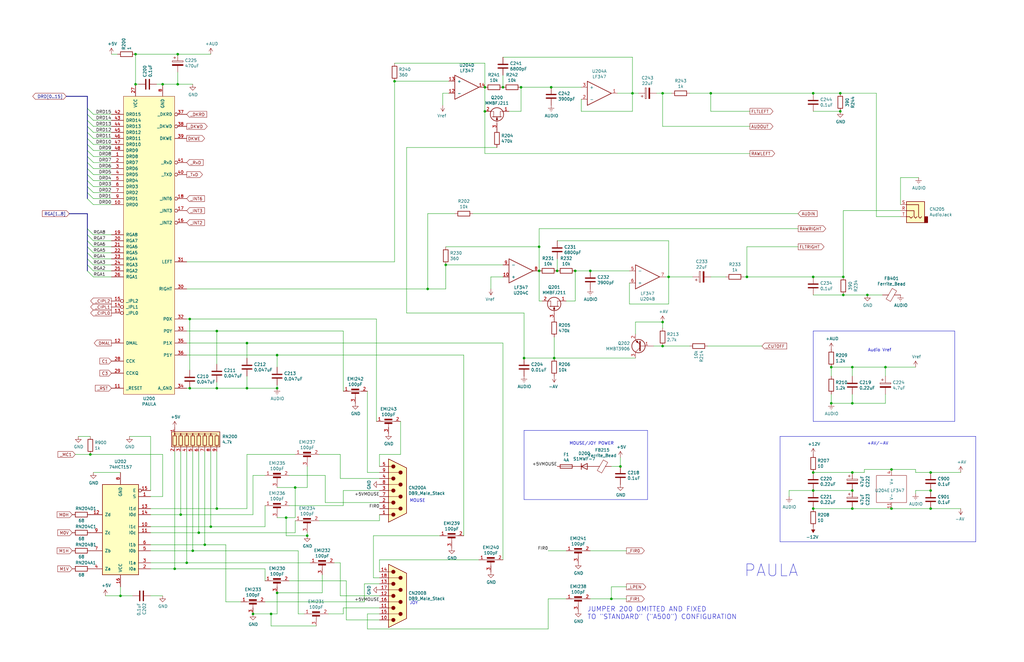
<source format=kicad_sch>
(kicad_sch (version 20230121) (generator eeschema)
  (paper "B")
  (title_block (title "Amiga 2000 EATX") (date "2023-03-10") (rev "3.0"))
  (junction (at 242.57 114.3))
  (junction (at 392.43 214.63))
  (junction (at 76.2 217.17))
  (junction (at 227.33 104.14))
  (junction (at 350.52 170.18))
  (junction (at 78.74 237.49))
  (junction (at 359.41 207.01))
  (junction (at 114.3 259.08))
  (junction (at 359.41 199.39))
  (junction (at 91.44 139.7))
  (junction (at 212.09 36.83))
  (junction (at 104.14 144.78))
  (junction (at 342.9 39.37))
  (junction (at 180.34 121.92))
  (junction (at 342.9 116.84))
  (junction (at 233.68 151.13))
  (junction (at 355.6 124.46))
  (junction (at 257.81 252.73))
  (junction (at 350.52 154.94))
  (junction (at 204.47 36.83))
  (junction (at 314.96 116.84))
  (junction (at 91.44 214.63))
  (junction (at 392.43 199.39))
  (junction (at 38.1 191.77))
  (junction (at 392.43 207.01))
  (junction (at 342.9 199.39))
  (junction (at 359.41 154.94))
  (junction (at 359.41 170.18))
  (junction (at 373.38 154.94))
  (junction (at 88.9 222.25))
  (junction (at 116.84 149.86))
  (junction (at 234.95 114.3))
  (junction (at 219.71 36.83))
  (junction (at 80.01 163.83))
  (junction (at 166.37 34.29))
  (junction (at 57.15 22.86))
  (junction (at 83.82 224.79))
  (junction (at 227.33 114.3))
  (junction (at 129.54 226.06))
  (junction (at 354.33 39.37))
  (junction (at 365.76 124.46))
  (junction (at 74.93 22.86))
  (junction (at 68.58 35.56))
  (junction (at 73.66 240.03))
  (junction (at 354.33 46.99))
  (junction (at 375.92 198.12))
  (junction (at 124.46 205.74))
  (junction (at 342.9 207.01))
  (junction (at 104.14 163.83))
  (junction (at 50.8 251.46))
  (junction (at 261.62 196.85))
  (junction (at 375.92 214.63))
  (junction (at 342.9 214.63))
  (junction (at 232.41 36.83))
  (junction (at 299.72 39.37))
  (junction (at 359.41 214.63))
  (junction (at 86.36 229.87))
  (junction (at 74.93 35.56))
  (junction (at 80.01 134.62))
  (junction (at 81.28 232.41))
  (junction (at 91.44 163.83))
  (junction (at 279.4 146.05))
  (junction (at 116.84 163.83))
  (junction (at 116.84 250.19))
  (junction (at 355.6 116.84))
  (junction (at 204.47 46.99))
  (junction (at 57.15 35.56))
  (junction (at 279.4 135.89))
  (junction (at 220.98 151.13))
  (junction (at 266.7 39.37))
  (junction (at 281.94 116.84))
  (junction (at 187.96 111.76))
  (junction (at 248.92 114.3))
  (junction (at 120.65 218.44))
  (junction (at 279.4 39.37))
  (junction (at 106.68 259.08))
  (bus_entry (at 39.37 81.28) (size -2.54 -2.54))
  (bus_entry (at 39.37 101.6) (size -2.54 -2.54))
  (bus_entry (at 39.37 83.82) (size -2.54 -2.54))
  (bus_entry (at 39.37 106.68) (size -2.54 -2.54))
  (bus_entry (at 39.37 58.42) (size -2.54 -2.54))
  (bus_entry (at 39.37 48.26) (size -2.54 -2.54))
  (bus_entry (at 39.37 76.2) (size -2.54 -2.54))
  (bus_entry (at 39.37 66.04) (size -2.54 -2.54))
  (bus_entry (at 39.37 60.96) (size -2.54 -2.54))
  (bus_entry (at 39.37 116.84) (size -2.54 -2.54))
  (bus_entry (at 39.37 55.88) (size -2.54 -2.54))
  (bus_entry (at 39.37 53.34) (size -2.54 -2.54))
  (bus_entry (at 39.37 111.76) (size -2.54 -2.54))
  (bus_entry (at 39.37 71.12) (size -2.54 -2.54))
  (bus_entry (at 39.37 68.58) (size -2.54 -2.54))
  (bus_entry (at 39.37 109.22) (size -2.54 -2.54))
  (bus_entry (at 39.37 99.06) (size -2.54 -2.54))
  (bus_entry (at 39.37 86.36) (size -2.54 -2.54))
  (bus_entry (at 39.37 73.66) (size -2.54 -2.54))
  (bus_entry (at 39.37 63.5) (size -2.54 -2.54))
  (bus_entry (at 39.37 50.8) (size -2.54 -2.54))
  (bus_entry (at 39.37 104.14) (size -2.54 -2.54))
  (bus_entry (at 39.37 114.3) (size -2.54 -2.54))
  (bus_entry (at 39.37 78.74) (size -2.54 -2.54))
  (wire (pts (xy 46.99 50.8) (xy 39.37 50.8)))
  (wire (pts (xy 171.45 132.08) (xy 220.98 132.08)))
  (wire (pts (xy 350.52 166.37) (xy 350.52 170.18)))
  (wire (pts (xy 124.46 218.44) (xy 124.46 205.74)))
  (wire (pts (xy 46.99 55.88) (xy 39.37 55.88)))
  (wire (pts (xy 63.5 251.46) (xy 68.58 251.46)))
  (wire (pts (xy 257.81 252.73) (xy 264.16 252.73)))
  (wire (pts (xy 154.94 165.1) (xy 154.94 199.39)))
  (wire (pts (xy 373.38 154.94) (xy 386.08 154.94)))
  (wire (pts (xy 245.11 46.99) (xy 266.7 46.99)))
  (wire (pts (xy 46.99 114.3) (xy 39.37 114.3)))
  (wire (pts (xy 386.08 198.12) (xy 386.08 199.39)))
  (wire (pts (xy 279.4 53.34) (xy 316.23 53.34)))
  (wire (pts (xy 83.82 190.5) (xy 83.82 224.79)))
  (wire (pts (xy 135.89 242.57) (xy 135.89 250.19)))
  (wire (pts (xy 267.97 135.89) (xy 279.4 135.89)))
  (wire (pts (xy 375.92 214.63) (xy 359.41 214.63)))
  (wire (pts (xy 46.99 116.84) (xy 39.37 116.84)))
  (wire (pts (xy 46.99 73.66) (xy 39.37 73.66)))
  (wire (pts (xy 114.3 264.16) (xy 114.3 259.08)))
  (wire (pts (xy 298.45 146.05) (xy 321.31 146.05)))
  (wire (pts (xy 76.2 190.5) (xy 76.2 217.17)))
  (wire (pts (xy 46.99 111.76) (xy 39.37 111.76)))
  (wire (pts (xy 248.92 114.3) (xy 265.43 114.3)))
  (wire (pts (xy 106.68 200.66) (xy 111.76 200.66)))
  (wire (pts (xy 81.28 232.41) (xy 125.73 232.41)))
  (wire (pts (xy 290.83 39.37) (xy 299.72 39.37)))
  (wire (pts (xy 207.01 116.84) (xy 207.01 121.92)))
  (wire (pts (xy 74.93 35.56) (xy 74.93 30.48)))
  (wire (pts (xy 187.96 121.92) (xy 187.96 111.76)))
  (wire (pts (xy 238.76 252.73) (xy 231.14 252.73)))
  (wire (pts (xy 166.37 26.67) (xy 204.47 26.67)))
  (wire (pts (xy 95.25 229.87) (xy 95.25 254)))
  (wire (pts (xy 46.99 86.36) (xy 39.37 86.36)))
  (wire (pts (xy 364.49 199.39) (xy 364.49 198.12)))
  (wire (pts (xy 46.99 22.86) (xy 49.53 22.86)))
  (polyline (pts (xy 328.93 184.15) (xy 328.93 228.6)))
  (wire (pts (xy 63.5 184.15) (xy 54.61 184.15)))
  (wire (pts (xy 364.49 198.12) (xy 375.92 198.12)))
  (bus (pts (xy 36.83 68.58) (xy 36.83 71.12)))
  (wire (pts (xy 279.4 146.05) (xy 290.83 146.05)))
  (wire (pts (xy 212.09 31.75) (xy 212.09 36.83)))
  (wire (pts (xy 143.51 201.93) (xy 160.02 201.93)))
  (wire (pts (xy 153.67 254) (xy 153.67 246.38)))
  (wire (pts (xy 369.57 91.44) (xy 369.57 39.37)))
  (wire (pts (xy 63.5 224.79) (xy 83.82 224.79)))
  (wire (pts (xy 46.99 48.26) (xy 39.37 48.26)))
  (wire (pts (xy 314.96 104.14) (xy 336.55 104.14)))
  (wire (pts (xy 46.99 78.74) (xy 39.37 78.74)))
  (wire (pts (xy 279.4 39.37) (xy 279.4 53.34)))
  (wire (pts (xy 46.99 106.68) (xy 39.37 106.68)))
  (wire (pts (xy 121.92 213.36) (xy 144.78 213.36)))
  (wire (pts (xy 138.43 259.08) (xy 144.78 259.08)))
  (bus (pts (xy 36.83 50.8) (xy 36.83 53.34)))
  (wire (pts (xy 160.02 219.71) (xy 160.02 217.17)))
  (wire (pts (xy 46.99 101.6) (xy 39.37 101.6)))
  (wire (pts (xy 91.44 139.7) (xy 144.78 139.7)))
  (wire (pts (xy 74.93 22.86) (xy 88.9 22.86)))
  (wire (pts (xy 365.76 124.46) (xy 355.6 124.46)))
  (polyline (pts (xy 220.98 210.82) (xy 273.05 210.82)))
  (bus (pts (xy 36.83 40.64) (xy 27.94 40.64)))
  (wire (pts (xy 143.51 251.46) (xy 160.02 251.46)))
  (wire (pts (xy 63.5 229.87) (xy 86.36 229.87)))
  (wire (pts (xy 157.48 226.06) (xy 157.48 243.84)))
  (wire (pts (xy 46.99 83.82) (xy 39.37 83.82)))
  (wire (pts (xy 124.46 224.79) (xy 124.46 219.71)))
  (bus (pts (xy 36.83 73.66) (xy 36.83 76.2)))
  (bus (pts (xy 36.83 111.76) (xy 36.83 114.3)))
  (wire (pts (xy 204.47 26.67) (xy 204.47 36.83)))
  (wire (pts (xy 116.84 163.83) (xy 116.84 162.56)))
  (wire (pts (xy 116.84 250.19) (xy 116.84 259.08)))
  (wire (pts (xy 134.62 191.77) (xy 143.51 191.77)))
  (wire (pts (xy 50.8 199.39) (xy 39.37 199.39)))
  (wire (pts (xy 359.41 166.37) (xy 359.41 170.18)))
  (wire (pts (xy 280.67 116.84) (xy 281.94 116.84)))
  (bus (pts (xy 36.83 90.17) (xy 36.83 96.52)))
  (wire (pts (xy 350.52 154.94) (xy 359.41 154.94)))
  (polyline (pts (xy 411.48 228.6) (xy 411.48 184.15)))
  (wire (pts (xy 220.98 151.13) (xy 233.68 151.13)))
  (wire (pts (xy 227.33 127) (xy 228.6 127)))
  (wire (pts (xy 185.42 226.06) (xy 157.48 226.06)))
  (wire (pts (xy 227.33 96.52) (xy 336.55 96.52)))
  (wire (pts (xy 227.33 114.3) (xy 227.33 127)))
  (wire (pts (xy 204.47 36.83) (xy 204.47 46.99)))
  (wire (pts (xy 267.97 140.97) (xy 267.97 135.89)))
  (wire (pts (xy 359.41 170.18) (xy 373.38 170.18)))
  (wire (pts (xy 342.9 46.99) (xy 354.33 46.99)))
  (wire (pts (xy 134.62 219.71) (xy 160.02 219.71)))
  (bus (pts (xy 36.83 55.88) (xy 36.83 58.42)))
  (wire (pts (xy 201.93 236.22) (xy 160.02 236.22)))
  (wire (pts (xy 57.15 22.86) (xy 74.93 22.86)))
  (wire (pts (xy 379.73 86.36) (xy 379.73 74.93)))
  (wire (pts (xy 104.14 191.77) (xy 124.46 191.77)))
  (wire (pts (xy 111.76 254) (xy 153.67 254)))
  (wire (pts (xy 46.99 68.58) (xy 39.37 68.58)))
  (wire (pts (xy 104.14 151.13) (xy 104.14 144.78)))
  (wire (pts (xy 63.5 232.41) (xy 81.28 232.41)))
  (wire (pts (xy 46.99 63.5) (xy 39.37 63.5)))
  (wire (pts (xy 281.94 128.27) (xy 281.94 116.84)))
  (wire (pts (xy 180.34 121.92) (xy 180.34 90.17)))
  (wire (pts (xy 50.8 251.46) (xy 44.45 251.46)))
  (wire (pts (xy 314.96 116.84) (xy 314.96 104.14)))
  (wire (pts (xy 266.7 39.37) (xy 269.24 39.37)))
  (wire (pts (xy 232.41 36.83) (xy 245.11 36.83)))
  (wire (pts (xy 189.23 39.37) (xy 186.69 39.37)))
  (wire (pts (xy 257.81 196.85) (xy 261.62 196.85)))
  (bus (pts (xy 36.83 99.06) (xy 36.83 101.6)))
  (wire (pts (xy 359.41 158.75) (xy 359.41 154.94)))
  (wire (pts (xy 78.74 237.49) (xy 130.81 237.49)))
  (wire (pts (xy 104.14 214.63) (xy 104.14 191.77)))
  (wire (pts (xy 78.74 144.78) (xy 104.14 144.78)))
  (wire (pts (xy 57.15 35.56) (xy 57.15 22.86)))
  (wire (pts (xy 137.16 200.66) (xy 137.16 212.09)))
  (wire (pts (xy 129.54 205.74) (xy 124.46 205.74)))
  (wire (pts (xy 95.25 254) (xy 101.6 254)))
  (wire (pts (xy 386.08 207.01) (xy 386.08 208.28)))
  (wire (pts (xy 342.9 207.01) (xy 359.41 207.01)))
  (wire (pts (xy 257.81 252.73) (xy 257.81 247.65)))
  (bus (pts (xy 36.83 40.64) (xy 36.83 45.72)))
  (wire (pts (xy 46.99 76.2) (xy 39.37 76.2)))
  (wire (pts (xy 355.6 88.9) (xy 379.73 88.9)))
  (bus (pts (xy 36.83 81.28) (xy 36.83 83.82)))
  (wire (pts (xy 238.76 232.41) (xy 231.14 232.41)))
  (wire (pts (xy 106.68 217.17) (xy 106.68 200.66)))
  (wire (pts (xy 248.92 232.41) (xy 264.16 232.41)))
  (wire (pts (xy 154.94 265.43) (xy 154.94 259.08)))
  (wire (pts (xy 186.69 39.37) (xy 186.69 44.45)))
  (bus (pts (xy 36.83 66.04) (xy 36.83 68.58)))
  (wire (pts (xy 114.3 259.08) (xy 106.68 259.08)))
  (polyline (pts (xy 342.9 177.8) (xy 402.59 177.8)))
  (wire (pts (xy 354.33 39.37) (xy 342.9 39.37)))
  (wire (pts (xy 135.89 250.19) (xy 116.84 250.19)))
  (bus (pts (xy 36.83 45.72) (xy 36.83 48.26)))
  (wire (pts (xy 379.73 91.44) (xy 369.57 91.44)))
  (wire (pts (xy 276.86 39.37) (xy 279.4 39.37)))
  (wire (pts (xy 299.72 39.37) (xy 299.72 46.99)))
  (wire (pts (xy 154.94 259.08) (xy 160.02 259.08)))
  (wire (pts (xy 104.14 158.75) (xy 104.14 163.83)))
  (polyline (pts (xy 342.9 139.7) (xy 342.9 177.8)))
  (wire (pts (xy 144.78 207.01) (xy 160.02 207.01)))
  (wire (pts (xy 220.98 132.08) (xy 220.98 151.13)))
  (wire (pts (xy 359.41 199.39) (xy 342.9 199.39)))
  (wire (pts (xy 373.38 158.75) (xy 373.38 154.94)))
  (wire (pts (xy 166.37 34.29) (xy 166.37 110.49)))
  (wire (pts (xy 204.47 64.77) (xy 316.23 64.77)))
  (wire (pts (xy 46.99 58.42) (xy 39.37 58.42)))
  (wire (pts (xy 91.44 214.63) (xy 104.14 214.63)))
  (wire (pts (xy 46.99 104.14) (xy 39.37 104.14)))
  (wire (pts (xy 279.4 135.89) (xy 279.4 138.43)))
  (polyline (pts (xy 402.59 177.8) (xy 402.59 139.7)))
  (wire (pts (xy 104.14 144.78) (xy 212.09 144.78)))
  (wire (pts (xy 63.5 240.03) (xy 73.66 240.03)))
  (wire (pts (xy 160.02 191.77) (xy 160.02 196.85)))
  (wire (pts (xy 266.7 46.99) (xy 266.7 39.37)))
  (wire (pts (xy 187.96 104.14) (xy 227.33 104.14)))
  (wire (pts (xy 120.65 226.06) (xy 129.54 226.06)))
  (wire (pts (xy 168.91 191.77) (xy 160.02 191.77)))
  (wire (pts (xy 369.57 39.37) (xy 354.33 39.37)))
  (wire (pts (xy 265.43 128.27) (xy 281.94 128.27)))
  (wire (pts (xy 133.35 264.16) (xy 114.3 264.16)))
  (wire (pts (xy 73.66 190.5) (xy 73.66 240.03)))
  (polyline (pts (xy 411.48 184.15) (xy 328.93 184.15)))
  (wire (pts (xy 55.88 251.46) (xy 50.8 251.46)))
  (wire (pts (xy 81.28 190.5) (xy 81.28 232.41)))
  (wire (pts (xy 392.43 214.63) (xy 405.13 214.63)))
  (wire (pts (xy 214.63 46.99) (xy 219.71 46.99)))
  (wire (pts (xy 386.08 199.39) (xy 392.43 199.39)))
  (bus (pts (xy 36.83 101.6) (xy 36.83 104.14)))
  (wire (pts (xy 281.94 101.6) (xy 281.94 116.84)))
  (wire (pts (xy 375.92 198.12) (xy 386.08 198.12)))
  (bus (pts (xy 36.83 60.96) (xy 36.83 63.5)))
  (wire (pts (xy 154.94 199.39) (xy 160.02 199.39)))
  (wire (pts (xy 359.41 214.63) (xy 342.9 214.63)))
  (wire (pts (xy 78.74 149.86) (xy 116.84 149.86)))
  (wire (pts (xy 76.2 217.17) (xy 106.68 217.17)))
  (wire (pts (xy 153.67 246.38) (xy 160.02 246.38)))
  (wire (pts (xy 104.14 163.83) (xy 116.84 163.83)))
  (wire (pts (xy 144.78 259.08) (xy 144.78 256.54)))
  (wire (pts (xy 248.92 114.3) (xy 242.57 114.3)))
  (wire (pts (xy 168.91 177.8) (xy 168.91 191.77)))
  (wire (pts (xy 91.44 153.67) (xy 91.44 139.7)))
  (wire (pts (xy 299.72 39.37) (xy 342.9 39.37)))
  (wire (pts (xy 171.45 62.23) (xy 171.45 132.08)))
  (wire (pts (xy 146.05 261.62) (xy 160.02 261.62)))
  (wire (pts (xy 359.41 154.94) (xy 373.38 154.94)))
  (bus (pts (xy 36.83 109.22) (xy 36.83 111.76)))
  (wire (pts (xy 63.5 217.17) (xy 76.2 217.17)))
  (wire (pts (xy 233.68 151.13) (xy 267.97 151.13)))
  (bus (pts (xy 36.83 106.68) (xy 36.83 109.22)))
  (wire (pts (xy 33.02 184.15) (xy 38.1 184.15)))
  (wire (pts (xy 257.81 247.65) (xy 264.16 247.65)))
  (wire (pts (xy 137.16 212.09) (xy 160.02 212.09)))
  (wire (pts (xy 260.35 39.37) (xy 266.7 39.37)))
  (wire (pts (xy 73.66 240.03) (xy 111.76 240.03)))
  (wire (pts (xy 80.01 163.83) (xy 91.44 163.83)))
  (wire (pts (xy 124.46 205.74) (xy 116.84 205.74)))
  (wire (pts (xy 120.65 218.44) (xy 120.65 226.06)))
  (wire (pts (xy 129.54 226.06) (xy 129.54 224.79)))
  (bus (pts (xy 36.83 71.12) (xy 36.83 73.66)))
  (wire (pts (xy 199.39 90.17) (xy 336.55 90.17)))
  (wire (pts (xy 78.74 190.5) (xy 78.74 237.49)))
  (wire (pts (xy 187.96 111.76) (xy 212.09 111.76)))
  (wire (pts (xy 245.11 41.91) (xy 245.11 46.99)))
  (wire (pts (xy 234.95 101.6) (xy 281.94 101.6)))
  (polyline (pts (xy 273.05 181.61) (xy 220.98 181.61)))
  (wire (pts (xy 204.47 46.99) (xy 204.47 64.77)))
  (wire (pts (xy 313.69 116.84) (xy 314.96 116.84)))
  (wire (pts (xy 91.44 190.5) (xy 91.44 214.63)))
  (wire (pts (xy 350.52 154.94) (xy 350.52 158.75)))
  (wire (pts (xy 63.5 207.01) (xy 63.5 184.15)))
  (wire (pts (xy 238.76 127) (xy 242.57 127)))
  (wire (pts (xy 314.96 116.84) (xy 342.9 116.84)))
  (wire (pts (xy 219.71 46.99) (xy 219.71 36.83)))
  (wire (pts (xy 299.72 46.99) (xy 316.23 46.99)))
  (wire (pts (xy 180.34 121.92) (xy 187.96 121.92)))
  (wire (pts (xy 261.62 196.85) (xy 261.62 193.04)))
  (wire (pts (xy 63.5 214.63) (xy 91.44 214.63)))
  (wire (pts (xy 50.8 251.46) (xy 50.8 247.65)))
  (wire (pts (xy 125.73 232.41) (xy 125.73 259.08)))
  (wire (pts (xy 88.9 222.25) (xy 111.76 222.25)))
  (wire (pts (xy 180.34 90.17) (xy 191.77 90.17)))
  (wire (pts (xy 281.94 116.84) (xy 292.1 116.84)))
  (wire (pts (xy 111.76 222.25) (xy 111.76 213.36)))
  (wire (pts (xy 233.68 142.24) (xy 233.68 151.13)))
  (wire (pts (xy 209.55 62.23) (xy 171.45 62.23)))
  (wire (pts (xy 80.01 134.62) (xy 158.75 134.62)))
  (wire (pts (xy 373.38 170.18) (xy 373.38 166.37)))
  (wire (pts (xy 160.02 236.22) (xy 160.02 241.3)))
  (wire (pts (xy 266.7 24.13) (xy 212.09 24.13)))
  (wire (pts (xy 157.48 243.84) (xy 160.02 243.84)))
  (wire (pts (xy 234.95 109.22) (xy 234.95 114.3)))
  (wire (pts (xy 116.84 154.94) (xy 116.84 149.86)))
  (wire (pts (xy 146.05 245.11) (xy 146.05 261.62)))
  (wire (pts (xy 219.71 36.83) (xy 232.41 36.83)))
  (wire (pts (xy 78.74 121.92) (xy 180.34 121.92)))
  (wire (pts (xy 68.58 191.77) (xy 38.1 191.77)))
  (wire (pts (xy 392.43 207.01) (xy 386.08 207.01)))
  (wire (pts (xy 379.73 74.93) (xy 387.35 74.93)))
  (wire (pts (xy 66.04 35.56) (xy 68.58 35.56)))
  (wire (pts (xy 143.51 191.77) (xy 143.51 201.93)))
  (wire (pts (xy 46.99 99.06) (xy 39.37 99.06)))
  (wire (pts (xy 46.99 60.96) (xy 39.37 60.96)))
  (wire (pts (xy 63.5 222.25) (xy 88.9 222.25)))
  (wire (pts (xy 63.5 209.55) (xy 68.58 209.55)))
  (wire (pts (xy 279.4 39.37) (xy 283.21 39.37)))
  (wire (pts (xy 78.74 134.62) (xy 80.01 134.62)))
  (wire (pts (xy 86.36 190.5) (xy 86.36 229.87)))
  (wire (pts (xy 144.78 213.36) (xy 144.78 207.01)))
  (wire (pts (xy 227.33 104.14) (xy 227.33 96.52)))
  (bus (pts (xy 36.83 48.26) (xy 36.83 50.8)))
  (wire (pts (xy 116.84 149.86) (xy 195.58 149.86)))
  (wire (pts (xy 242.57 127) (xy 242.57 114.3)))
  (wire (pts (xy 144.78 256.54) (xy 160.02 256.54)))
  (wire (pts (xy 257.81 252.73) (xy 248.92 252.73)))
  (wire (pts (xy 46.99 81.28) (xy 39.37 81.28)))
  (wire (pts (xy 158.75 177.8) (xy 158.75 134.62)))
  (wire (pts (xy 121.92 245.11) (xy 146.05 245.11)))
  (wire (pts (xy 359.41 199.39) (xy 364.49 199.39)))
  (wire (pts (xy 275.59 146.05) (xy 279.4 146.05)))
  (wire (pts (xy 120.65 218.44) (xy 124.46 218.44)))
  (wire (pts (xy 143.51 237.49) (xy 143.51 251.46)))
  (wire (pts (xy 166.37 110.49) (xy 78.74 110.49)))
  (wire (pts (xy 68.58 209.55) (xy 68.58 191.77)))
  (polyline (pts (xy 402.59 139.7) (xy 342.9 139.7)))
  (wire (pts (xy 91.44 161.29) (xy 91.44 163.83)))
  (wire (pts (xy 144.78 165.1) (xy 144.78 139.7)))
  (wire (pts (xy 78.74 163.83) (xy 80.01 163.83)))
  (wire (pts (xy 299.72 116.84) (xy 306.07 116.84)))
  (wire (pts (xy 355.6 124.46) (xy 342.9 124.46)))
  (wire (pts (xy 342.9 116.84) (xy 355.6 116.84)))
  (wire (pts (xy 38.1 191.77) (xy 31.75 191.77)))
  (bus (pts (xy 36.83 53.34) (xy 36.83 55.88)))
  (wire (pts (xy 91.44 163.83) (xy 104.14 163.83)))
  (wire (pts (xy 88.9 190.5) (xy 88.9 222.25)))
  (bus (pts (xy 36.83 76.2) (xy 36.83 78.74)))
  (wire (pts (xy 392.43 199.39) (xy 405.13 199.39)))
  (wire (pts (xy 74.93 35.56) (xy 81.28 35.56)))
  (wire (pts (xy 154.94 265.43) (xy 231.14 265.43)))
  (wire (pts (xy 80.01 156.21) (xy 80.01 134.62)))
  (wire (pts (xy 58.42 35.56) (xy 57.15 35.56)))
  (wire (pts (xy 392.43 214.63) (xy 375.92 214.63)))
  (wire (pts (xy 63.5 237.49) (xy 78.74 237.49)))
  (wire (pts (xy 212.09 236.22) (xy 212.09 144.78)))
  (wire (pts (xy 266.7 39.37) (xy 266.7 24.13)))
  (bus (pts (xy 36.83 58.42) (xy 36.83 60.96)))
  (polyline (pts (xy 273.05 210.82) (xy 273.05 181.61)))
  (wire (pts (xy 116.84 259.08) (xy 114.3 259.08)))
  (wire (pts (xy 83.82 224.79) (xy 124.46 224.79)))
  (polyline (pts (xy 328.93 228.6) (xy 411.48 228.6)))
  (bus (pts (xy 36.83 78.74) (xy 36.83 81.28)))
  (wire (pts (xy 166.37 34.29) (xy 189.23 34.29)))
  (wire (pts (xy 129.54 196.85) (xy 129.54 205.74)))
  (wire (pts (xy 195.58 226.06) (xy 195.58 149.86)))
  (wire (pts (xy 372.11 124.46) (xy 365.76 124.46)))
  (bus (pts (xy 36.83 63.5) (xy 36.83 66.04)))
  (wire (pts (xy 78.74 139.7) (xy 91.44 139.7)))
  (wire (pts (xy 116.84 218.44) (xy 120.65 218.44)))
  (wire (pts (xy 111.76 240.03) (xy 111.76 245.11)))
  (wire (pts (xy 86.36 229.87) (xy 95.25 229.87)))
  (bus (pts (xy 36.83 96.52) (xy 36.83 99.06)))
  (wire (pts (xy 350.52 170.18) (xy 359.41 170.18)))
  (wire (pts (xy 121.92 200.66) (xy 137.16 200.66)))
  (wire (pts (xy 342.9 207.01) (xy 332.74 207.01)))
  (bus (pts (xy 36.83 90.17) (xy 29.21 90.17)))
  (wire (pts (xy 140.97 237.49) (xy 143.51 237.49)))
  (wire (pts (xy 68.58 35.56) (xy 74.93 35.56)))
  (wire (pts (xy 46.99 66.04) (xy 39.37 66.04)))
  (wire (pts (xy 355.6 116.84) (xy 355.6 88.9)))
  (wire (pts (xy 125.73 259.08) (xy 128.27 259.08)))
  (wire (pts (xy 231.14 252.73) (xy 231.14 265.43)))
  (bus (pts (xy 36.83 104.14) (xy 36.83 106.68)))
  (wire (pts (xy 46.99 53.34) (xy 39.37 53.34)))
  (wire (pts (xy 212.09 116.84) (xy 207.01 116.84)))
  (wire (pts (xy 46.99 71.12) (xy 39.37 71.12)))
  (wire (pts (xy 332.74 207.01) (xy 332.74 209.55)))
  (polyline (pts (xy 220.98 181.61) (xy 220.98 210.82)))
  (wire (pts (xy 46.99 109.22) (xy 39.37 109.22)))
  (wire (pts (xy 227.33 104.14) (xy 227.33 114.3)))
  (wire (pts (xy 265.43 119.38) (xy 265.43 128.27)))
  (text "Audio Vref" (at 375.92 148.59 0) (effects (font (size 1.27 1.27)) (justify right bottom)))
  (text "JOY" (at 172.72 255.27 0) (effects (font (size 1.27 1.27)) (justify left bottom)))
  (text "+AV/-AV" (at 374.65 187.96 0) (effects (font (size 1.27 1.27)) (justify right bottom)))
  (text "MOUSE" (at 172.72 212.09 0) (effects (font (size 1.27 1.27)) (justify left bottom)))
  (text "JUMPER 200 OMITTED AND FIXED \nTO \"STANDARD\" (\"A500\") CONFIGURATION" (at 247.65 261.62 0) (effects (font (size 2.0066 2.0066)) (justify left bottom)))
  (text "MOUSE/JOY POWER" (at 240.03 187.96 0) (effects (font (size 1.27 1.27)) (justify left bottom)))
  (text "PAULA" (at 313.69 243.84 0) (effects (font (size 5.0038 5.0038)) (justify left bottom)))
  (label "RGA7" (at 39.37 101.6 0) (effects (font (size 1.2954 1.2954))))
  (label "DRD1" (at 46.99 83.82 180) (effects (font (size 1.2954 1.2954))))
  (label "RGA5" (at 39.37 106.68 0) (effects (font (size 1.2954 1.2954))))
  (label "FIR0" (at 160.02 214.63 180))
  (label "DRD2" (at 46.99 81.28 180) (effects (font (size 1.2954 1.2954))))
  (label "DRD11" (at 46.99 58.42 180) (effects (font (size 1.2954 1.2954))))
  (label "DRD6" (at 46.99 71.12 180) (effects (font (size 1.2954 1.2954))))
  (label "DRD0" (at 46.99 86.36 180) (effects (font (size 1.2954 1.2954))))
  (label "DRD7" (at 46.99 68.58 180) (effects (font (size 1.2954 1.2954))))
  (label "DRD5" (at 46.99 73.66 180) (effects (font (size 1.2954 1.2954))))
  (label "DRD9" (at 46.99 63.5 180) (effects (font (size 1.2954 1.2954))))
  (label "DRD12" (at 46.99 55.88 180) (effects (font (size 1.2954 1.2954))))
  (label "FIR0" (at 231.14 232.41 180))
  (label "+5VMOUSE" (at 160.02 209.55 180))
  (label "+5VMOUSE" (at 234.95 196.85 180))
  (label "DRD13" (at 46.99 53.34 180) (effects (font (size 1.2954 1.2954))))
  (label "+5VMOUSE" (at 160.02 254 180))
  (label "DRD4" (at 46.99 76.2 180) (effects (font (size 1.2954 1.2954))))
  (label "RGA6" (at 39.37 104.14 0) (effects (font (size 1.2954 1.2954))))
  (label "DRD14" (at 46.99 50.8 180) (effects (font (size 1.2954 1.2954))))
  (label "RGA3" (at 39.37 111.76 0) (effects (font (size 1.2954 1.2954))))
  (label "RGA2" (at 39.37 114.3 0) (effects (font (size 1.2954 1.2954))))
  (label "DRD10" (at 46.99 60.96 180) (effects (font (size 1.2954 1.2954))))
  (label "RGA8" (at 39.37 99.06 0) (effects (font (size 1.2954 1.2954))))
  (label "RGA1" (at 39.37 116.84 0) (effects (font (size 1.2954 1.2954))))
  (label "DRD3" (at 46.99 78.74 180) (effects (font (size 1.2954 1.2954))))
  (label "RGA4" (at 39.37 109.22 0) (effects (font (size 1.2954 1.2954))))
  (label "DRD15" (at 46.99 48.26 180) (effects (font (size 1.2954 1.2954))))
  (label "DRD8" (at 46.99 66.04 180) (effects (font (size 1.2954 1.2954))))
  (global_label "M0V" (shape input) (at 30.48 224.79 180) (property "Intersheetrefs" "${INTERSHEET_REFS}" (effects hide)))
  (global_label "RGA[1..8]" (shape input) (at 29.21 90.17 180) (property "Intersheetrefs" "${INTERSHEET_REFS}" (effects hide)))
  (global_label "FLTRIGHT" (shape output) (at 336.55 104.14 0) (property "Intersheetrefs" "${INTERSHEET_REFS}" (effects hide)))
  (global_label "C3" (shape input) (at 46.99 157.48 180) (property "Intersheetrefs" "${INTERSHEET_REFS}" (effects hide)))
  (global_label "RAWRIGHT" (shape output) (at 336.55 96.52 0) (property "Intersheetrefs" "${INTERSHEET_REFS}" (effects hide)))
  (global_label "_INT3" (shape input) (at 78.74 88.9 0) (property "Intersheetrefs" "${INTERSHEET_REFS}" (effects hide)))
  (global_label "_FIR0" (shape output) (at 264.16 232.41 0) (property "Intersheetrefs" "${INTERSHEET_REFS}" (effects hide)))
  (global_label "FLTLEFT" (shape output) (at 316.23 46.99 0) (property "Intersheetrefs" "${INTERSHEET_REFS}" (effects hide)))
  (global_label "_CUTOFF" (shape input) (at 321.31 146.05 0) (property "Intersheetrefs" "${INTERSHEET_REFS}" (effects hide)))
  (global_label "AUDIN" (shape input) (at 336.55 90.17 0) (property "Intersheetrefs" "${INTERSHEET_REFS}" (effects hide)))
  (global_label "M1V" (shape input) (at 30.48 240.03 180) (property "Intersheetrefs" "${INTERSHEET_REFS}" (effects hide)))
  (global_label "_TxD" (shape output) (at 78.74 73.66 0) (property "Intersheetrefs" "${INTERSHEET_REFS}" (effects hide)))
  (global_label "_FIR1" (shape output) (at 264.16 252.73 0) (property "Intersheetrefs" "${INTERSHEET_REFS}" (effects hide)))
  (global_label "_DKRD" (shape input) (at 78.74 48.26 0) (property "Intersheetrefs" "${INTERSHEET_REFS}" (effects hide)))
  (global_label "M0H" (shape input) (at 30.48 217.17 180) (property "Intersheetrefs" "${INTERSHEET_REFS}" (effects hide)))
  (global_label "_CIPL2" (shape output) (at 46.99 127 180) (property "Intersheetrefs" "${INTERSHEET_REFS}" (effects hide)))
  (global_label "_INT6" (shape input) (at 78.74 83.82 0) (property "Intersheetrefs" "${INTERSHEET_REFS}" (effects hide)))
  (global_label "_MC1" (shape input) (at 31.75 191.77 180) (property "Intersheetrefs" "${INTERSHEET_REFS}" (effects hide)))
  (global_label "_RxD" (shape input) (at 78.74 68.58 0) (property "Intersheetrefs" "${INTERSHEET_REFS}" (effects hide)))
  (global_label "AUDOUT" (shape output) (at 316.23 53.34 0) (property "Intersheetrefs" "${INTERSHEET_REFS}" (effects hide)))
  (global_label "_CIPL1" (shape output) (at 46.99 129.54 180) (property "Intersheetrefs" "${INTERSHEET_REFS}" (effects hide)))
  (global_label "M1H" (shape input) (at 30.48 232.41 180) (property "Intersheetrefs" "${INTERSHEET_REFS}" (effects hide)))
  (global_label "DMAL" (shape output) (at 46.99 144.78 180) (property "Intersheetrefs" "${INTERSHEET_REFS}" (effects hide)))
  (global_label "_RST" (shape input) (at 46.99 163.83 180) (property "Intersheetrefs" "${INTERSHEET_REFS}" (effects hide)))
  (global_label "_LPEN" (shape output) (at 264.16 247.65 0) (property "Intersheetrefs" "${INTERSHEET_REFS}" (effects hide)))
  (global_label "_INT2" (shape input) (at 78.74 93.98 0) (property "Intersheetrefs" "${INTERSHEET_REFS}" (effects hide)))
  (global_label "C1" (shape input) (at 46.99 152.4 180) (property "Intersheetrefs" "${INTERSHEET_REFS}" (effects hide)))
  (global_label "_CIPL0" (shape output) (at 46.99 132.08 180) (property "Intersheetrefs" "${INTERSHEET_REFS}" (effects hide)))
  (global_label "RAWLEFT" (shape output) (at 316.23 64.77 0) (property "Intersheetrefs" "${INTERSHEET_REFS}" (effects hide)))
  (global_label "_DKWD" (shape output) (at 78.74 53.34 0) (property "Intersheetrefs" "${INTERSHEET_REFS}" (effects hide)))
  (global_label "DKWE" (shape output) (at 78.74 58.42 0) (property "Intersheetrefs" "${INTERSHEET_REFS}" (effects hide)))
  (global_label "DRD[0..15]" (shape bidirectional) (at 27.94 40.64 180) (effects (font (size 1.2954 1.2954))) (property "Intersheetrefs" "${INTERSHEET_REFS}" (effects hide)))
  (symbol (lib_id "Device:C") (at 80.01 160.02 0) (unit 1)
    (property "Reference" "C210" (at 82.931 158.8516 0) (effects (justify left)))
    (property "Value" "0.047uF" (at 82.931 161.163 0) (effects (justify left)))
    (property "Footprint" "Capacitor_SMD:C_1206_3216Metric" (effects hide))
  )
  (symbol (lib_id "Device:C") (at 91.44 157.48 0) (unit 1)
    (property "Reference" "C211" (at 94.361 156.3116 0) (effects (justify left)))
    (property "Value" "0.047uF" (at 94.361 158.623 0) (effects (justify left)))
    (property "Footprint" "Capacitor_SMD:C_1206_3216Metric" (effects hide))
  )
  (symbol (lib_id "Device:C") (at 104.14 154.94 0) (unit 1)
    (property "Reference" "C212" (at 107.061 153.7716 0) (effects (justify left)))
    (property "Value" "0.047uF" (at 107.061 156.083 0) (effects (justify left)))
    (property "Footprint" "Capacitor_SMD:C_1206_3216Metric" (effects hide))
  )
  (symbol (lib_id "Device:C") (at 116.84 158.75 0) (unit 1)
    (property "Reference" "C213" (at 119.761 157.5816 0) (effects (justify left)))
    (property "Value" "0.047uF" (at 119.761 159.893 0) (effects (justify left)))
    (property "Footprint" "Capacitor_SMD:C_1206_3216Metric" (effects hide))
  )
  (symbol (lib_id "Amiga-Library:Paula") (at 63.5 99.06 0) (unit 1)
    (property "Reference" "U200" (at 62.865 168.2242 0))
    (property "Value" "PAULA" (at 62.865 170.5356 0))
    (property "Footprint" "Package_DIP:DIP-48_W15.24mm" (effects hide))
  )
  (symbol (lib_id "power:GND") (at 160.02 248.92 270) (unit 1)
    (property "Reference" "#PWR0265" (effects hide))
    (property "Value" "GND" (at 155.6258 249.047 0))
  )
  (symbol (lib_id "power:GND") (at 160.02 204.47 270) (unit 1)
    (property "Reference" "#PWR0266" (effects hide))
    (property "Value" "GND" (at 155.6258 204.597 0))
  )
  (symbol (lib_id "74xx:74LS157") (at 50.8 224.79 180) (unit 1)
    (property "Reference" "U202" (at 50.8 194.7926 0))
    (property "Value" "74HCT157" (at 50.8 197.104 0))
    (property "Footprint" "Package_SO:SOIC-16_3.9x9.9mm_P1.27mm" (effects hide))
    (property "Datasheet" "http://www.ti.com/lit/gpn/sn74LS157" (effects hide))
  )
  (symbol (lib_id "power:GND") (at 106.68 259.08 0) (unit 1)
    (property "Reference" "#PWR0259" (effects hide))
    (property "Value" "GND" (at 106.807 263.4742 0))
  )
  (symbol (lib_id "power:GND") (at 129.54 226.06 0) (unit 1)
    (property "Reference" "#PWR0260" (effects hide))
    (property "Value" "GND" (at 129.667 230.4542 0))
  )
  (symbol (lib_id "Amiga-Library:DB9_Male_Stack") (at 167.64 207.01 0) (unit 1)
    (property "Reference" "CN200" (at 172.212 205.8416 0) (effects (justify left)))
    (property "Value" "DB9_Male_Stack" (at 172.212 208.153 0) (effects (justify left)))
    (property "Footprint" "AmigaFootprints:DSUB-9_Male_Stack" (effects hide))
    (property "Datasheet" " ~" (effects hide))
  )
  (symbol (lib_id "power:+5V") (at 73.66 180.34 0) (unit 1)
    (property "Reference" "#PWR0258" (effects hide))
    (property "Value" "+5V" (at 74.041 175.9458 0))
  )
  (symbol (lib_id "Amiga-Library:DB9_Male_Stack") (at 167.64 251.46 0) (unit 2)
    (property "Reference" "CN200" (at 172.212 250.2916 0) (effects (justify left)))
    (property "Value" "DB9_Male_Stack" (at 172.212 252.603 0) (effects (justify left)))
    (property "Footprint" "AmigaFootprints:DSUB-9_Male_Stack" (effects hide))
    (property "Datasheet" " ~" (effects hide))
  )
  (symbol (lib_id "Amiga-Library:C_Feedthrough") (at 116.84 203.2 0) (unit 1)
    (property "Reference" "EMI235" (at 116.84 195.453 0))
    (property "Value" "100pF" (at 116.84 197.7644 0))
    (property "Footprint" "AmigaFootprints:C_1206_3216_Feedthrough" (effects hide))
  )
  (symbol (lib_id "Amiga-Library:C_Feedthrough") (at 129.54 194.31 0) (unit 1)
    (property "Reference" "EMI237" (at 129.54 186.563 0))
    (property "Value" "100pF" (at 129.54 188.8744 0))
    (property "Footprint" "AmigaFootprints:C_1206_3216_Feedthrough" (effects hide))
  )
  (symbol (lib_id "Amiga-Library:C_Feedthrough") (at 116.84 215.9 0) (unit 1)
    (property "Reference" "EMI236" (at 116.84 208.153 0))
    (property "Value" "100pF" (at 116.84 210.4644 0))
    (property "Footprint" "AmigaFootprints:C_1206_3216_Feedthrough" (effects hide))
  )
  (symbol (lib_id "Amiga-Library:C_Feedthrough") (at 129.54 222.25 0) (unit 1)
    (property "Reference" "EMI234" (at 129.54 214.503 0))
    (property "Value" "100pF" (at 129.54 216.8144 0))
    (property "Footprint" "AmigaFootprints:C_1206_3216_Feedthrough" (effects hide))
  )
  (symbol (lib_id "Amiga-Library:C_Feedthrough") (at 149.86 167.64 0) (unit 1)
    (property "Reference" "EMI242" (at 149.86 159.893 0))
    (property "Value" "100pF" (at 149.86 162.2044 0))
    (property "Footprint" "AmigaFootprints:C_1206_3216_Feedthrough" (effects hide))
  )
  (symbol (lib_id "Amiga-Library:C_Feedthrough") (at 116.84 247.65 0) (unit 1)
    (property "Reference" "EMI230" (at 116.84 239.903 0))
    (property "Value" "100pF" (at 116.84 242.2144 0))
    (property "Footprint" "AmigaFootprints:C_1206_3216_Feedthrough" (effects hide))
  )
  (symbol (lib_id "Amiga-Library:C_Feedthrough") (at 163.83 180.34 0) (unit 1)
    (property "Reference" "EMI243" (at 163.83 172.593 0))
    (property "Value" "100pF" (at 163.83 174.9044 0))
    (property "Footprint" "AmigaFootprints:C_1206_3216_Feedthrough" (effects hide))
  )
  (symbol (lib_id "Amiga-Library:C_Feedthrough") (at 135.89 240.03 0) (unit 1)
    (property "Reference" "EMI232" (at 135.89 232.283 0))
    (property "Value" "100pF" (at 135.89 234.5944 0))
    (property "Footprint" "AmigaFootprints:C_1206_3216_Feedthrough" (effects hide))
  )
  (symbol (lib_id "Amiga-Library:C_Feedthrough") (at 106.68 256.54 0) (unit 1)
    (property "Reference" "EMI233" (at 106.68 248.793 0))
    (property "Value" "100pF" (at 106.68 251.1044 0))
    (property "Footprint" "AmigaFootprints:C_1206_3216_Feedthrough" (effects hide))
  )
  (symbol (lib_id "Amiga-Library:C_Feedthrough") (at 133.35 261.62 0) (unit 1)
    (property "Reference" "EMI231" (at 133.35 253.873 0))
    (property "Value" "100pF" (at 133.35 256.1844 0))
    (property "Footprint" "AmigaFootprints:C_1206_3216_Feedthrough" (effects hide))
  )
  (symbol (lib_id "Device:R") (at 187.96 107.95 0) (unit 1)
    (property "Reference" "R230" (at 189.738 106.7816 0) (effects (justify left)))
    (property "Value" "360" (at 189.738 109.093 0) (effects (justify left)))
    (property "Footprint" "Resistor_SMD:R_1206_3216Metric" (effects hide))
  )
  (symbol (lib_id "power:GND") (at 149.86 170.18 0) (unit 1)
    (property "Reference" "#PWR0261" (effects hide))
    (property "Value" "GND" (at 149.987 174.5742 0))
  )
  (symbol (lib_id "power:GND") (at 163.83 182.88 0) (unit 1)
    (property "Reference" "#PWR0262" (effects hide))
    (property "Value" "GND" (at 163.957 187.2742 0))
  )
  (symbol (lib_id "Amiga-Library:C_Feedthrough") (at 190.5 228.6 0) (unit 1)
    (property "Reference" "EMI239" (at 190.5 220.853 0))
    (property "Value" "100pF" (at 190.5 223.1644 0))
    (property "Footprint" "AmigaFootprints:C_1206_3216_Feedthrough" (effects hide))
  )
  (symbol (lib_id "Amiga-Library:C_Feedthrough") (at 207.01 238.76 0) (unit 1)
    (property "Reference" "EMI240" (at 207.01 231.013 0))
    (property "Value" "100pF" (at 207.01 233.3244 0))
    (property "Footprint" "AmigaFootprints:C_1206_3216_Feedthrough" (effects hide))
  )
  (symbol (lib_id "Device:R") (at 231.14 114.3 270) (unit 1)
    (property "Reference" "R231" (at 231.14 109.0422 90))
    (property "Value" "10k" (at 231.14 111.3536 90))
    (property "Footprint" "Resistor_SMD:R_1206_3216Metric" (effects hide))
  )
  (symbol (lib_id "Device:C") (at 234.95 105.41 0) (unit 1)
    (property "Reference" "C231" (at 237.871 104.2416 0) (effects (justify left)))
    (property "Value" "6800pF" (at 237.871 106.553 0) (effects (justify left)))
    (property "Footprint" "Capacitor_SMD:C_1206_3216Metric" (effects hide))
  )
  (symbol (lib_id "Device:R") (at 238.76 114.3 270) (unit 1)
    (property "Reference" "R232" (at 238.76 109.0422 90))
    (property "Value" "10k" (at 238.76 111.3536 90))
    (property "Footprint" "Resistor_SMD:R_1206_3216Metric" (effects hide))
  )
  (symbol (lib_id "Transistor_FET:BF545C") (at 233.68 129.54 90) (unit 1)
    (property "Reference" "Q201" (at 233.68 121.2088 90))
    (property "Value" "MMBFJ211" (at 233.68 123.5202 90))
    (property "Footprint" "Package_TO_SOT_SMD:SOT-23" (effects hide))
  )
  (symbol (lib_id "Device:R") (at 233.68 138.43 180) (unit 1)
    (property "Reference" "R205" (at 235.458 137.2616 0) (effects (justify right)))
    (property "Value" "470k" (at 235.458 139.573 0) (effects (justify right)))
    (property "Footprint" "Resistor_SMD:R_1206_3216Metric" (effects hide))
  )
  (symbol (lib_id "power:GND") (at 190.5 231.14 0) (unit 1)
    (property "Reference" "#PWR0263" (effects hide))
    (property "Value" "GND" (at 190.627 235.5342 0))
  )
  (symbol (lib_id "power:GND") (at 207.01 241.3 0) (unit 1)
    (property "Reference" "#PWR0264" (effects hide))
    (property "Value" "GND" (at 207.137 245.6942 0))
  )
  (symbol (lib_id "Device:C") (at 220.98 154.94 0) (unit 1)
    (property "Reference" "C204" (at 223.901 153.7716 0) (effects (justify left)))
    (property "Value" "0.01uF" (at 223.901 156.083 0) (effects (justify left)))
    (property "Footprint" "Capacitor_SMD:C_1206_3216Metric" (effects hide))
  )
  (symbol (lib_id "Amiga-Library:AUDIO") (at 220.98 158.75 0) (unit 1)
    (property "Reference" "#PWR0283" (effects hide))
    (property "Value" "AUDIO" (at 221.107 163.1442 0))
  )
  (symbol (lib_id "Device:R") (at 233.68 154.94 0) (unit 1)
    (property "Reference" "R206" (at 235.458 153.7716 0) (effects (justify left)))
    (property "Value" "10k" (at 235.458 156.083 0) (effects (justify left)))
    (property "Footprint" "Resistor_SMD:R_1206_3216Metric" (effects hide))
  )
  (symbol (lib_id "Device:R") (at 279.4 142.24 0) (unit 1)
    (property "Reference" "R213" (at 281.178 141.0716 0) (effects (justify left)))
    (property "Value" "2.7k" (at 281.178 143.383 0) (effects (justify left)))
    (property "Footprint" "Resistor_SMD:R_1206_3216Metric" (effects hide))
  )
  (symbol (lib_id "Device:R") (at 294.64 146.05 270) (unit 1)
    (property "Reference" "R214" (at 295.8084 147.828 0) (effects (justify left)))
    (property "Value" "10k" (at 293.497 147.828 0) (effects (justify left)))
    (property "Footprint" "Resistor_SMD:R_1206_3216Metric" (effects hide))
  )
  (symbol (lib_id "Device:C") (at 248.92 118.11 0) (unit 1)
    (property "Reference" "C232" (at 251.841 116.9416 0) (effects (justify left)))
    (property "Value" "3900pF" (at 251.841 119.253 0) (effects (justify left)))
    (property "Footprint" "Capacitor_SMD:C_1206_3216Metric" (effects hide))
  )
  (symbol (lib_id "Amiga-Library:AUDIO") (at 248.92 121.92 0) (unit 1)
    (property "Reference" "#PWR0284" (effects hide))
    (property "Value" "AUDIO" (at 249.047 126.3142 0))
  )
  (symbol (lib_id "2000ATX-rescue:CP-Device") (at 295.91 116.84 90) (unit 1)
    (property "Reference" "C233" (at 295.91 110.363 90))
    (property "Value" "22uF" (at 295.91 112.6744 90))
    (property "Footprint" "Capacitor_SMD:CP_Elec_6.3x5.8" (effects hide))
  )
  (symbol (lib_id "Device:R") (at 309.88 116.84 270) (unit 1)
    (property "Reference" "R233" (at 309.88 111.5822 90))
    (property "Value" "1k" (at 309.88 113.8936 90))
    (property "Footprint" "Resistor_SMD:R_1206_3216Metric" (effects hide))
  )
  (symbol (lib_id "Device:R") (at 195.58 90.17 270) (unit 1)
    (property "Reference" "R202" (at 195.58 84.9122 90))
    (property "Value" "10k" (at 195.58 87.2236 90))
    (property "Footprint" "Resistor_SMD:R_1206_3216Metric" (effects hide))
  )
  (symbol (lib_id "power:+12V") (at 342.9 191.77 0) (unit 1)
    (property "Reference" "#PWR0285" (effects hide))
    (property "Value" "+12V" (at 343.281 187.3758 0))
  )
  (symbol (lib_id "Device:C") (at 342.9 203.2 0) (unit 1)
    (property "Reference" "C220" (at 345.821 202.0316 0) (effects (justify left)))
    (property "Value" "0.22uF" (at 345.821 204.343 0) (effects (justify left)))
    (property "Footprint" "Capacitor_SMD:C_1206_3216Metric" (effects hide))
  )
  (symbol (lib_id "Device:R") (at 342.9 195.58 0) (unit 1)
    (property "Reference" "R207" (at 344.678 194.4116 0) (effects (justify left)))
    (property "Value" "10" (at 344.678 196.723 0) (effects (justify left)))
    (property "Footprint" "Resistor_SMD:R_1206_3216Metric" (effects hide))
  )
  (symbol (lib_id "Device:C") (at 342.9 210.82 0) (unit 1)
    (property "Reference" "C221" (at 345.821 209.6516 0) (effects (justify left)))
    (property "Value" "0.22uF" (at 345.821 211.963 0) (effects (justify left)))
    (property "Footprint" "Capacitor_SMD:C_1206_3216Metric" (effects hide))
  )
  (symbol (lib_id "Device:R") (at 342.9 218.44 0) (unit 1)
    (property "Reference" "R208" (at 344.678 217.2716 0) (effects (justify left)))
    (property "Value" "10" (at 344.678 219.583 0) (effects (justify left)))
    (property "Footprint" "Resistor_SMD:R_1206_3216Metric" (effects hide))
  )
  (symbol (lib_id "power:-12V") (at 342.9 222.25 180) (unit 1)
    (property "Reference" "#PWR0286" (effects hide))
    (property "Value" "-12V" (at 342.519 226.6442 0))
  )
  (symbol (lib_id "Amiga-Library:AUDIO") (at 332.74 209.55 0) (unit 1)
    (property "Reference" "#PWR0287" (effects hide))
    (property "Value" "AUDIO" (at 332.867 213.9442 0))
  )
  (symbol (lib_id "2000ATX-rescue:CP-Device") (at 359.41 203.2 0) (unit 1)
    (property "Reference" "C222" (at 365.887 203.2 90))
    (property "Value" "47uF" (at 363.5756 203.2 90))
    (property "Footprint" "Capacitor_SMD:CP_Elec_8x10" (effects hide))
  )
  (symbol (lib_id "2000ATX-rescue:CP-Device") (at 359.41 210.82 0) (unit 1)
    (property "Reference" "C223" (at 365.887 210.82 90))
    (property "Value" "47uF" (at 363.5756 210.82 90))
    (property "Footprint" "Capacitor_SMD:CP_Elec_8x10" (effects hide))
  )
  (symbol (lib_id "Device:C") (at 392.43 203.2 0) (unit 1)
    (property "Reference" "C900" (at 395.351 202.0316 0) (effects (justify left)))
    (property "Value" "0.1uF" (at 395.351 204.343 0) (effects (justify left)))
    (property "Footprint" "Capacitor_SMD:C_1206_3216Metric" (effects hide))
  )
  (symbol (lib_id "Device:C") (at 392.43 210.82 0) (unit 1)
    (property "Reference" "C901" (at 395.351 209.6516 0) (effects (justify left)))
    (property "Value" "0.1uF" (at 395.351 211.963 0) (effects (justify left)))
    (property "Footprint" "Capacitor_SMD:C_1206_3216Metric" (effects hide))
  )
  (symbol (lib_id "Amiga-Library:LF347") (at 375.92 205.74 0) (mirror y) (unit 5)
    (property "Reference" "U204" (at 372.11 207.01 0))
    (property "Value" "LF347" (at 378.46 207.01 0))
    (property "Footprint" "Package_SO:SOIC-14_3.9x8.7mm_P1.27mm" (effects hide))
  )
  (symbol (lib_id "Amiga-Library:AUDIO") (at 386.08 208.28 0) (unit 1)
    (property "Reference" "#PWR0288" (effects hide))
    (property "Value" "AUDIO" (at 386.207 212.6742 0))
  )
  (symbol (lib_id "2000ATX-rescue:Ferrite_Bead-Device") (at 254 196.85 270) (unit 1)
    (property "Reference" "FB215" (at 254 189.8904 90))
    (property "Value" "Ferrite_Bead" (at 254 192.2018 90))
    (property "Footprint" "Capacitor_SMD:C_1206_3216Metric" (effects hide))
  )
  (symbol (lib_id "Amiga-Library:+AV") (at 405.13 199.39 0) (unit 1)
    (property "Reference" "#+AV0101" (effects hide))
    (property "Value" "+AV" (at 405.511 194.9958 0))
  )
  (symbol (lib_id "Amiga-Library:-AV") (at 405.13 214.63 180) (unit 1)
    (property "Reference" "#-AV0101" (effects hide))
    (property "Value" "-AV" (at 404.749 219.0242 0))
  )
  (symbol (lib_id "Amiga-Library:VREF") (at 207.01 121.92 180) (unit 1)
    (property "Reference" "#VREF0101" (effects hide))
    (property "Value" "VREF" (at 206.629 126.3142 0))
  )
  (symbol (lib_id "Amiga-Library:VREF") (at 186.69 44.45 180) (unit 1)
    (property "Reference" "#VREF0102" (effects hide))
    (property "Value" "VREF" (at 186.309 48.8442 0))
  )
  (symbol (lib_id "Amiga-Library:+AV") (at 279.4 135.89 0) (unit 1)
    (property "Reference" "#+AV0102" (effects hide))
    (property "Value" "+AV" (at 279.781 131.4958 0))
  )
  (symbol (lib_id "Amiga-Library:-AV") (at 233.68 158.75 180) (unit 1)
    (property "Reference" "#-AV0102" (effects hide))
    (property "Value" "-AV" (at 233.299 163.1442 0))
  )
  (symbol (lib_id "Amiga-Library:VREF") (at 386.08 154.94 0) (unit 1)
    (property "Reference" "#VREF0103" (effects hide))
    (property "Value" "VREF" (at 386.461 150.5458 0))
  )
  (symbol (lib_id "Device:C") (at 342.9 120.65 0) (unit 1)
    (property "Reference" "C234" (at 345.821 119.4816 0) (effects (justify left)))
    (property "Value" "0.1uF" (at 345.821 121.793 0) (effects (justify left)))
    (property "Footprint" "Capacitor_SMD:C_1206_3216Metric" (effects hide))
  )
  (symbol (lib_id "Device:R") (at 355.6 120.65 180) (unit 1)
    (property "Reference" "R234" (at 360.8578 120.65 90))
    (property "Value" "390" (at 358.5464 120.65 90))
    (property "Footprint" "Resistor_SMD:R_1206_3216Metric" (effects hide))
  )
  (symbol (lib_id "Device:R") (at 53.34 22.86 90) (unit 1)
    (property "Reference" "R200" (at 52.1716 21.082 0) (effects (justify left)))
    (property "Value" "1" (at 54.483 21.082 0) (effects (justify left)))
    (property "Footprint" "Resistor_SMD:R_1206_3216Metric" (effects hide))
  )
  (symbol (lib_id "2000ATX-rescue:Ferrite_Bead-Device") (at 375.92 124.46 90) (unit 1)
    (property "Reference" "FB401" (at 375.92 117.5004 90))
    (property "Value" "Ferrite_Bead" (at 375.92 119.8118 90))
    (property "Footprint" "Capacitor_SMD:C_1206_3216Metric" (effects hide))
  )
  (symbol (lib_id "Amiga-Library:AUDIO") (at 379.73 124.46 0) (unit 1)
    (property "Reference" "#PWR0289" (effects hide))
    (property "Value" "AUDIO" (at 379.857 128.8542 0))
  )
  (symbol (lib_id "power:GND") (at 365.76 124.46 0) (unit 1)
    (property "Reference" "#PWR0290" (effects hide))
    (property "Value" "GND" (at 365.887 128.8542 0))
  )
  (symbol (lib_id "Device:C") (at 342.9 43.18 0) (unit 1)
    (property "Reference" "C244" (at 345.821 42.0116 0) (effects (justify left)))
    (property "Value" "0.1uF" (at 345.821 44.323 0) (effects (justify left)))
    (property "Footprint" "Capacitor_SMD:C_1206_3216Metric" (effects hide))
  )
  (symbol (lib_id "Device:R") (at 354.33 43.18 180) (unit 1)
    (property "Reference" "R244" (at 359.5878 43.18 90))
    (property "Value" "390" (at 357.2764 43.18 90))
    (property "Footprint" "Resistor_SMD:R_1206_3216Metric" (effects hide))
  )
  (symbol (lib_id "power:GND") (at 354.33 46.99 0) (unit 1)
    (property "Reference" "#PWR0291" (effects hide))
    (property "Value" "GND" (at 354.457 51.3842 0))
  )
  (symbol (lib_id "Device:R") (at 34.29 240.03 270) (unit 1)
    (property "Reference" "RN204A1" (at 31.75 237.49 90) (effects (justify left)))
    (property "Value" "68" (at 33.02 242.57 90) (effects (justify left)))
    (property "Footprint" "Resistor_SMD:R_1206_3216Metric" (effects hide))
  )
  (symbol (lib_id "Device:R") (at 34.29 232.41 270) (unit 1)
    (property "Reference" "RN204B1" (at 31.75 229.87 90) (effects (justify left)))
    (property "Value" "68" (at 33.02 234.95 90) (effects (justify left)))
    (property "Footprint" "Resistor_SMD:R_1206_3216Metric" (effects hide))
  )
  (symbol (lib_id "Diode:1N4001") (at 246.38 196.85 0) (unit 1)
    (property "Reference" "D200" (at 246.38 191.3382 0))
    (property "Value" "S1MWF-7" (at 246.38 193.6496 0))
    (property "Footprint" "Diode_SMD:D_SOD-123F" (effects hide))
  )
  (symbol (lib_id "Device:R") (at 34.29 224.79 270) (unit 1)
    (property "Reference" "RN204C1" (at 31.75 222.25 90) (effects (justify left)))
    (property "Value" "68" (at 33.02 227.33 90) (effects (justify left)))
    (property "Footprint" "Resistor_SMD:R_1206_3216Metric" (effects hide))
  )
  (symbol (lib_id "Device:R") (at 34.29 217.17 270) (unit 1)
    (property "Reference" "RN204D1" (at 31.75 214.63 90) (effects (justify left)))
    (property "Value" "68" (at 33.02 219.71 90) (effects (justify left)))
    (property "Footprint" "Resistor_SMD:R_1206_3216Metric" (effects hide))
  )
  (symbol (lib_id "power:GND") (at 54.61 184.15 0) (unit 1)
    (property "Reference" "#PWR0267" (effects hide))
    (property "Value" "GND" (at 54.737 188.5442 0))
  )
  (symbol (lib_id "power:GND") (at 68.58 251.46 0) (unit 1)
    (property "Reference" "#PWR0268" (effects hide))
    (property "Value" "GND" (at 68.707 255.8542 0))
  )
  (symbol (lib_id "Device:C") (at 59.69 251.46 270) (unit 1)
    (property "Reference" "C202" (at 60.8584 254.381 0) (effects (justify left)))
    (property "Value" "0.1uF" (at 58.547 254.381 0) (effects (justify left)))
    (property "Footprint" "Capacitor_SMD:C_1206_3216Metric" (effects hide))
  )
  (symbol (lib_id "power:+5V") (at 44.45 251.46 0) (unit 1)
    (property "Reference" "#PWR0269" (effects hide))
    (property "Value" "+5V" (at 44.831 247.0658 0))
  )
  (symbol (lib_id "Amiga-Library:C_Feedthrough") (at 243.84 255.27 0) (unit 1)
    (property "Reference" "EMI238" (at 243.84 247.523 0))
    (property "Value" "100pF" (at 243.84 249.8344 0))
    (property "Footprint" "AmigaFootprints:C_1206_3216_Feedthrough" (effects hide))
  )
  (symbol (lib_id "power:GND") (at 243.84 257.81 0) (unit 1)
    (property "Reference" "#PWR0270" (effects hide))
    (property "Value" "GND" (at 243.967 262.2042 0))
  )
  (symbol (lib_id "Amiga-Library:C_Feedthrough") (at 243.84 234.95 0) (unit 1)
    (property "Reference" "EMI241" (at 243.84 227.203 0))
    (property "Value" "100pF" (at 243.84 229.5144 0))
    (property "Footprint" "AmigaFootprints:C_1206_3216_Feedthrough" (effects hide))
  )
  (symbol (lib_id "power:GND") (at 243.84 237.49 0) (unit 1)
    (property "Reference" "#PWR0271" (effects hide))
    (property "Value" "GND" (at 243.967 241.8842 0))
  )
  (symbol (lib_id "power:GND") (at 261.62 204.47 0) (unit 1)
    (property "Reference" "#PWR0272" (effects hide))
    (property "Value" "GND" (at 261.747 208.8642 0))
  )
  (symbol (lib_id "Device:Fuse") (at 238.76 196.85 270) (unit 1)
    (property "Reference" "F1" (at 238.76 191.8462 90))
    (property "Value" "4A" (at 238.76 194.1576 90))
    (property "Footprint" "Fuse:Fuse_1206_3216Metric" (effects hide))
  )
  (symbol (lib_id "power:+5V") (at 261.62 193.04 0) (unit 1)
    (property "Reference" "#PWR0273" (effects hide))
    (property "Value" "+5V" (at 262.001 188.6458 0))
  )
  (symbol (lib_id "Device:C") (at 261.62 200.66 0) (unit 1)
    (property "Reference" "C218" (at 264.541 199.4916 0) (effects (justify left)))
    (property "Value" "0.1uF" (at 264.541 201.803 0) (effects (justify left)))
    (property "Footprint" "Capacitor_SMD:C_1206_3216Metric" (effects hide))
  )
  (symbol (lib_id "Device:R") (at 38.1 187.96 0) (unit 1)
    (property "Reference" "R900" (at 39.878 186.7916 0) (effects (justify left)))
    (property "Value" "1k" (at 39.878 189.103 0) (effects (justify left)))
    (property "Footprint" "Resistor_SMD:R_1206_3216Metric" (effects hide))
  )
  (symbol (lib_id "power:GND") (at 33.02 184.15 0) (unit 1)
    (property "Reference" "#PWR0274" (effects hide))
    (property "Value" "GND" (at 33.147 188.5442 0))
  )
  (symbol (lib_id "power:GND") (at 39.37 199.39 0) (unit 1)
    (property "Reference" "#PWR0275" (effects hide))
    (property "Value" "GND" (at 39.497 203.7842 0))
  )
  (symbol (lib_id "Device:C") (at 62.23 35.56 90) (unit 1)
    (property "Reference" "C200" (at 61.0616 32.639 0) (effects (justify left)))
    (property "Value" "0.1uF" (at 63.373 32.639 0) (effects (justify left)))
    (property "Footprint" "Capacitor_SMD:C_1206_3216Metric" (effects hide))
  )
  (symbol (lib_id "power:+5V") (at 46.99 22.86 0) (unit 1)
    (property "Reference" "#PWR0276" (effects hide))
    (property "Value" "+5V" (at 47.371 18.4658 0))
  )
  (symbol (lib_id "2000ATX-rescue:CP-Device") (at 74.93 26.67 0) (unit 1)
    (property "Reference" "C225" (at 77.9272 25.5016 0) (effects (justify left)))
    (property "Value" "470uF" (at 77.9272 27.813 0) (effects (justify left)))
    (property "Footprint" "Capacitor_SMD:CP_Elec_8x10" (effects hide))
  )
  (symbol (lib_id "power:GND") (at 81.28 35.56 0) (unit 1)
    (property "Reference" "#PWR0277" (effects hide))
    (property "Value" "GND" (at 81.407 39.9542 0))
  )
  (symbol (lib_id "Amiga-Library:+AUD") (at 88.9 22.86 0) (unit 1)
    (property "Reference" "#PWR0278" (effects hide))
    (property "Value" "+AUD" (at 89.281 18.4658 0))
  )
  (symbol (lib_id "Amiga-Library:LF347") (at 195.58 36.83 0) (unit 4)
    (property "Reference" "U204" (at 196.85 27.5082 0))
    (property "Value" "LF347" (at 196.85 29.8196 0))
    (property "Footprint" "Package_SO:SOIC-14_3.9x8.7mm_P1.27mm" (effects hide))
    (property "Part" "LF347MX/NOPB" (effects hide))
  )
  (symbol (lib_id "Amiga-Library:LF347") (at 218.44 114.3 0) (mirror x) (unit 3)
    (property "Reference" "U204" (at 219.71 123.6218 0))
    (property "Value" "LF347" (at 219.71 121.3104 0))
    (property "Footprint" "Package_SO:SOIC-14_3.9x8.7mm_P1.27mm" (effects hide))
  )
  (symbol (lib_id "Amiga-Library:LF347") (at 251.46 38.1 0) (unit 1)
    (property "Reference" "U204" (at 252.73 30.0482 0))
    (property "Value" "LF347" (at 252.73 32.3596 0))
    (property "Footprint" "Package_SO:SOIC-14_3.9x8.7mm_P1.27mm" (effects hide))
  )
  (symbol (lib_id "Amiga-Library:LF347") (at 271.78 118.11 0) (mirror x) (unit 2)
    (property "Reference" "U204" (at 273.05 126.1618 0))
    (property "Value" "LF347" (at 273.05 123.8504 0))
    (property "Footprint" "Package_SO:SOIC-14_3.9x8.7mm_P1.27mm" (effects hide))
  )
  (symbol (lib_id "Amiga-Library:+AUD") (at 350.52 147.32 0) (unit 1)
    (property "Reference" "#PWR0279" (effects hide))
    (property "Value" "+AUD" (at 350.901 142.9258 0))
  )
  (symbol (lib_id "Device:R") (at 350.52 151.13 0) (unit 1)
    (property "Reference" "R209" (at 352.298 149.9616 0) (effects (justify left)))
    (property "Value" "1.2k" (at 352.298 152.273 0) (effects (justify left)))
    (property "Footprint" "Resistor_SMD:R_1206_3216Metric" (effects hide))
  )
  (symbol (lib_id "Device:R") (at 350.52 162.56 0) (unit 1)
    (property "Reference" "R210" (at 352.298 161.3916 0) (effects (justify left)))
    (property "Value" "1.2k" (at 352.298 163.703 0) (effects (justify left)))
    (property "Footprint" "Resistor_SMD:R_1206_3216Metric" (effects hide))
  )
  (symbol (lib_id "Amiga-Library:AUDIO") (at 350.52 170.18 0) (unit 1)
    (property "Reference" "#PWR0280" (effects hide))
    (property "Value" "AUDIO" (at 350.647 174.5742 0))
  )
  (symbol (lib_id "Device:C") (at 359.41 162.56 0) (unit 1)
    (property "Reference" "C219" (at 362.331 161.3916 0) (effects (justify left)))
    (property "Value" "0.22uF" (at 362.331 163.703 0) (effects (justify left)))
    (property "Footprint" "Capacitor_SMD:C_1206_3216Metric" (effects hide))
  )
  (symbol (lib_id "2000ATX-rescue:CP-Device") (at 373.38 162.56 0) (unit 1)
    (property "Reference" "C224" (at 376.3772 161.3916 0) (effects (justify left)))
    (property "Value" "4.7uF" (at 376.3772 163.703 0) (effects (justify left)))
    (property "Footprint" "Capacitor_SMD:CP_Elec_4x5.8" (effects hide))
  )
  (symbol (lib_id "Device:R") (at 166.37 30.48 0) (unit 1)
    (property "Reference" "R240" (at 168.148 29.3116 0) (effects (justify left)))
    (property "Value" "360" (at 168.148 31.623 0) (effects (justify left)))
    (property "Footprint" "Resistor_SMD:R_1206_3216Metric" (effects hide))
  )
  (symbol (lib_id "Device:R") (at 208.28 36.83 270) (unit 1)
    (property "Reference" "R241" (at 208.28 31.5722 90))
    (property "Value" "10k" (at 208.28 33.8836 90))
    (property "Footprint" "Resistor_SMD:R_1206_3216Metric" (effects hide))
  )
  (symbol (lib_id "Device:R") (at 215.9 36.83 270) (unit 1)
    (property "Reference" "R242" (at 215.9 31.5722 90))
    (property "Value" "10k" (at 215.9 33.8836 90))
    (property "Footprint" "Resistor_SMD:R_1206_3216Metric" (effects hide))
  )
  (symbol (lib_id "Device:C") (at 212.09 27.94 0) (unit 1)
    (property "Reference" "C241" (at 215.011 26.7716 0) (effects (justify left)))
    (property "Value" "6800pF" (at 215.011 29.083 0) (effects (justify left)))
    (property "Footprint" "Capacitor_SMD:C_1206_3216Metric" (effects hide))
  )
  (symbol (lib_id "Transistor_FET:BF545C") (at 209.55 49.53 90) (unit 1)
    (property "Reference" "Q200" (at 209.55 41.1988 90))
    (property "Value" "MMBFJ211" (at 209.55 43.5102 90))
    (property "Footprint" "Package_TO_SOT_SMD:SOT-23" (effects hide))
  )
  (symbol (lib_id "Device:R") (at 209.55 58.42 180) (unit 1)
    (property "Reference" "R204" (at 211.328 57.2516 0) (effects (justify right)))
    (property "Value" "470k" (at 211.328 59.563 0) (effects (justify right)))
    (property "Footprint" "Resistor_SMD:R_1206_3216Metric" (effects hide))
  )
  (symbol (lib_id "Device:C") (at 232.41 40.64 0) (unit 1)
    (property "Reference" "C242" (at 235.331 39.4716 0) (effects (justify left)))
    (property "Value" "3900pF" (at 235.331 41.783 0) (effects (justify left)))
    (property "Footprint" "Capacitor_SMD:C_1206_3216Metric" (effects hide))
  )
  (symbol (lib_id "Amiga-Library:AUDIO") (at 232.41 44.45 0) (unit 1)
    (property "Reference" "#PWR0281" (effects hide))
    (property "Value" "AUDIO" (at 232.537 48.8442 0))
  )
  (symbol (lib_id "2000ATX-rescue:CP-Device") (at 273.05 39.37 90) (unit 1)
    (property "Reference" "C243" (at 273.05 32.893 90))
    (property "Value" "22uF" (at 273.05 35.2044 90))
    (property "Footprint" "Capacitor_SMD:CP_Elec_6.3x5.8" (effects hide))
  )
  (symbol (lib_id "Device:R") (at 287.02 39.37 270) (unit 1)
    (property "Reference" "R243" (at 287.02 34.1122 90))
    (property "Value" "1k" (at 287.02 36.4236 90))
    (property "Footprint" "Resistor_SMD:R_1206_3216Metric" (effects hide))
  )
  (symbol (lib_id "2000ATX-rescue:AudioJack3-Connector") (at 384.81 88.9 0) (mirror y) (unit 1)
    (property "Reference" "CN205" (at 391.922 88.265 0) (effects (justify right)))
    (property "Value" "AudioJack" (at 391.922 90.5764 0) (effects (justify right)))
    (property "Footprint" "AmigaFootprints:Jack_3.5mm_CUI_SJ1-3533NG_Horizontal_CircularHoles" (effects hide))
    (property "Part" "SJ1-3533NG" (effects hide))
  )
  (symbol (lib_id "Transistor_BJT:MMBT3906") (at 270.51 146.05 180) (unit 1)
    (property "Reference" "Q202" (at 265.6586 144.8816 0) (effects (justify left)))
    (property "Value" "MMBT3906" (at 265.6586 147.193 0) (effects (justify left)))
    (property "Footprint" "Package_TO_SOT_SMD:SOT-23" (effects hide))
    (property "Datasheet" "https://www.fairchildsemi.com/datasheets/2N/2N3906.pdf" (effects hide))
  )
  (symbol (lib_id "Amiga-Library:AUDIO") (at 387.35 74.93 0) (unit 1)
    (property "Reference" "#PWR0219" (effects hide))
    (property "Value" "AUDIO" (at 387.477 79.3242 0))
  )
  (symbol (lib_id "Amiga-Library:AUDIO") (at 116.84 163.83 0) (unit 1)
    (property "Reference" "#PWR0218" (effects hide))
    (property "Value" "AUDIO" (at 116.967 168.2242 0))
  )
  (symbol (lib_id "Device:R_Network08") (at 83.82 185.42 0) (unit 1)
    (property "Reference" "RN200" (at 93.6752 184.2516 0) (effects (justify left)))
    (property "Value" "4.7k" (at 93.6752 186.563 0) (effects (justify left)))
    (property "Footprint" "Resistor_THT:R_Array_SIP9" (effects hide))
    (property "Datasheet" "http://www.vishay.com/docs/31509/csc.pdf" (effects hide))
  )
)
</source>
